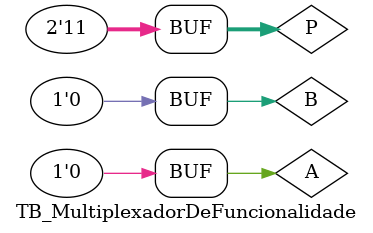
<source format=v>
module multiplexadorDeFuncionalidade(P, A, B, S);
  input [1:0] P;
  input A, B;

  output S;

  wire P1_AND_A, P0_AND_B;

  and and0 (P1_AND_A, P[1], A);
  and and1 (P0_AND_B, P[0], B);

  or or0 (S, P1_AND_A, P0_AND_B);
endmodule

module TB_MultiplexadorDeFuncionalidade();
  reg [1:0] P;
  reg A, B;

  wire S;

  multiplexadorDeFuncionalidade multiplexadorDeFuncionalidade(P, A, B, S);

  initial begin
    P = 01; A = 0; B = 1; #10; // 1
    P = 01; A = 1; B = 1; #10; // 1
    P = 10; A = 1; B = 0; #10; // 1
    P = 10; A = 1; B = 1; #10; // 1
    P = 11; A = 0; B = 1; #10; // 1
    P = 11; A = 1; B = 0; #10; // 1
    P = 11; A = 1; B = 1; #10; // 1

    // saidas 0
    P = 00; A = 0; B = 0; #10; // 0
    P = 00; A = 0; B = 1; #10; // 0
    P = 00; A = 1; B = 0; #10; // 0
    P = 00; A = 1; B = 1; #10; // 0
    P = 01; A = 0; B = 0; #10; // 0
    P = 01; A = 1; B = 0; #10; // 0
    P = 10; A = 0; B = 0; #10; // 0
    P = 10; A = 0; B = 1; #10; // 0
    P = 11; A = 0; B = 0; #10; // 0
  end
endmodule
</source>
